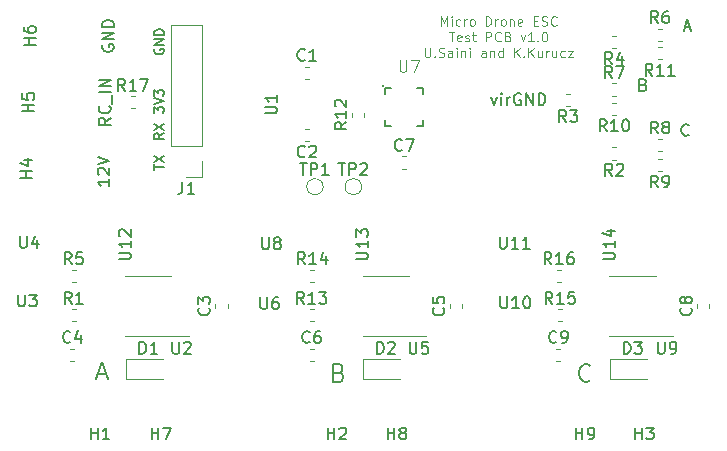
<source format=gto>
G04 #@! TF.GenerationSoftware,KiCad,Pcbnew,(5.1.5)-3*
G04 #@! TF.CreationDate,2020-05-09T18:25:29-04:00*
G04 #@! TF.ProjectId,motor_arm,6d6f746f-725f-4617-926d-2e6b69636164,rev?*
G04 #@! TF.SameCoordinates,Original*
G04 #@! TF.FileFunction,Legend,Top*
G04 #@! TF.FilePolarity,Positive*
%FSLAX46Y46*%
G04 Gerber Fmt 4.6, Leading zero omitted, Abs format (unit mm)*
G04 Created by KiCad (PCBNEW (5.1.5)-3) date 2020-05-09 18:25:29*
%MOMM*%
%LPD*%
G04 APERTURE LIST*
%ADD10C,0.150000*%
%ADD11C,0.125000*%
%ADD12C,0.120000*%
%ADD13C,0.200000*%
%ADD14C,0.127000*%
%ADD15C,0.015000*%
G04 APERTURE END LIST*
D10*
X51852380Y-67533333D02*
X51376190Y-67866666D01*
X51852380Y-68104761D02*
X50852380Y-68104761D01*
X50852380Y-67723809D01*
X50900000Y-67628571D01*
X50947619Y-67580952D01*
X51042857Y-67533333D01*
X51185714Y-67533333D01*
X51280952Y-67580952D01*
X51328571Y-67628571D01*
X51376190Y-67723809D01*
X51376190Y-68104761D01*
X51757142Y-66533333D02*
X51804761Y-66580952D01*
X51852380Y-66723809D01*
X51852380Y-66819047D01*
X51804761Y-66961904D01*
X51709523Y-67057142D01*
X51614285Y-67104761D01*
X51423809Y-67152380D01*
X51280952Y-67152380D01*
X51090476Y-67104761D01*
X50995238Y-67057142D01*
X50900000Y-66961904D01*
X50852380Y-66819047D01*
X50852380Y-66723809D01*
X50900000Y-66580952D01*
X50947619Y-66533333D01*
X51947619Y-66342857D02*
X51947619Y-65580952D01*
X51852380Y-65342857D02*
X50852380Y-65342857D01*
X51852380Y-64866666D02*
X50852380Y-64866666D01*
X51852380Y-64295238D01*
X50852380Y-64295238D01*
X51752380Y-72719047D02*
X51752380Y-73290476D01*
X51752380Y-73004761D02*
X50752380Y-73004761D01*
X50895238Y-73100000D01*
X50990476Y-73195238D01*
X51038095Y-73290476D01*
X50847619Y-72338095D02*
X50800000Y-72290476D01*
X50752380Y-72195238D01*
X50752380Y-71957142D01*
X50800000Y-71861904D01*
X50847619Y-71814285D01*
X50942857Y-71766666D01*
X51038095Y-71766666D01*
X51180952Y-71814285D01*
X51752380Y-72385714D01*
X51752380Y-71766666D01*
X50752380Y-71480952D02*
X51752380Y-71147619D01*
X50752380Y-70814285D01*
X51200000Y-61361904D02*
X51152380Y-61457142D01*
X51152380Y-61600000D01*
X51200000Y-61742857D01*
X51295238Y-61838095D01*
X51390476Y-61885714D01*
X51580952Y-61933333D01*
X51723809Y-61933333D01*
X51914285Y-61885714D01*
X52009523Y-61838095D01*
X52104761Y-61742857D01*
X52152380Y-61600000D01*
X52152380Y-61504761D01*
X52104761Y-61361904D01*
X52057142Y-61314285D01*
X51723809Y-61314285D01*
X51723809Y-61504761D01*
X52152380Y-60885714D02*
X51152380Y-60885714D01*
X52152380Y-60314285D01*
X51152380Y-60314285D01*
X52152380Y-59838095D02*
X51152380Y-59838095D01*
X51152380Y-59600000D01*
X51200000Y-59457142D01*
X51295238Y-59361904D01*
X51390476Y-59314285D01*
X51580952Y-59266666D01*
X51723809Y-59266666D01*
X51914285Y-59314285D01*
X52009523Y-59361904D01*
X52104761Y-59457142D01*
X52152380Y-59600000D01*
X52152380Y-59838095D01*
X100809523Y-68957142D02*
X100761904Y-69004761D01*
X100619047Y-69052380D01*
X100523809Y-69052380D01*
X100380952Y-69004761D01*
X100285714Y-68909523D01*
X100238095Y-68814285D01*
X100190476Y-68623809D01*
X100190476Y-68480952D01*
X100238095Y-68290476D01*
X100285714Y-68195238D01*
X100380952Y-68100000D01*
X100523809Y-68052380D01*
X100619047Y-68052380D01*
X100761904Y-68100000D01*
X100809523Y-68147619D01*
X96971428Y-64728571D02*
X97114285Y-64776190D01*
X97161904Y-64823809D01*
X97209523Y-64919047D01*
X97209523Y-65061904D01*
X97161904Y-65157142D01*
X97114285Y-65204761D01*
X97019047Y-65252380D01*
X96638095Y-65252380D01*
X96638095Y-64252380D01*
X96971428Y-64252380D01*
X97066666Y-64300000D01*
X97114285Y-64347619D01*
X97161904Y-64442857D01*
X97161904Y-64538095D01*
X97114285Y-64633333D01*
X97066666Y-64680952D01*
X96971428Y-64728571D01*
X96638095Y-64728571D01*
X100461904Y-59866666D02*
X100938095Y-59866666D01*
X100366666Y-60152380D02*
X100700000Y-59152380D01*
X101033333Y-60152380D01*
X84090476Y-65785714D02*
X84328571Y-66452380D01*
X84566666Y-65785714D01*
X84947619Y-66452380D02*
X84947619Y-65785714D01*
X84947619Y-65452380D02*
X84900000Y-65500000D01*
X84947619Y-65547619D01*
X84995238Y-65500000D01*
X84947619Y-65452380D01*
X84947619Y-65547619D01*
X85423809Y-66452380D02*
X85423809Y-65785714D01*
X85423809Y-65976190D02*
X85471428Y-65880952D01*
X85519047Y-65833333D01*
X85614285Y-65785714D01*
X85709523Y-65785714D01*
X86566666Y-65500000D02*
X86471428Y-65452380D01*
X86328571Y-65452380D01*
X86185714Y-65500000D01*
X86090476Y-65595238D01*
X86042857Y-65690476D01*
X85995238Y-65880952D01*
X85995238Y-66023809D01*
X86042857Y-66214285D01*
X86090476Y-66309523D01*
X86185714Y-66404761D01*
X86328571Y-66452380D01*
X86423809Y-66452380D01*
X86566666Y-66404761D01*
X86614285Y-66357142D01*
X86614285Y-66023809D01*
X86423809Y-66023809D01*
X87042857Y-66452380D02*
X87042857Y-65452380D01*
X87614285Y-66452380D01*
X87614285Y-65452380D01*
X88090476Y-66452380D02*
X88090476Y-65452380D01*
X88328571Y-65452380D01*
X88471428Y-65500000D01*
X88566666Y-65595238D01*
X88614285Y-65690476D01*
X88661904Y-65880952D01*
X88661904Y-66023809D01*
X88614285Y-66214285D01*
X88566666Y-66309523D01*
X88471428Y-66404761D01*
X88328571Y-66452380D01*
X88090476Y-66452380D01*
X92464285Y-89735714D02*
X92392857Y-89807142D01*
X92178571Y-89878571D01*
X92035714Y-89878571D01*
X91821428Y-89807142D01*
X91678571Y-89664285D01*
X91607142Y-89521428D01*
X91535714Y-89235714D01*
X91535714Y-89021428D01*
X91607142Y-88735714D01*
X91678571Y-88592857D01*
X91821428Y-88450000D01*
X92035714Y-88378571D01*
X92178571Y-88378571D01*
X92392857Y-88450000D01*
X92464285Y-88521428D01*
X71207142Y-89092857D02*
X71421428Y-89164285D01*
X71492857Y-89235714D01*
X71564285Y-89378571D01*
X71564285Y-89592857D01*
X71492857Y-89735714D01*
X71421428Y-89807142D01*
X71278571Y-89878571D01*
X70707142Y-89878571D01*
X70707142Y-88378571D01*
X71207142Y-88378571D01*
X71350000Y-88450000D01*
X71421428Y-88521428D01*
X71492857Y-88664285D01*
X71492857Y-88807142D01*
X71421428Y-88950000D01*
X71350000Y-89021428D01*
X71207142Y-89092857D01*
X70707142Y-89092857D01*
X50742857Y-89250000D02*
X51457142Y-89250000D01*
X50600000Y-89678571D02*
X51100000Y-88178571D01*
X51600000Y-89678571D01*
X55561904Y-67090476D02*
X55561904Y-66595238D01*
X55866666Y-66861904D01*
X55866666Y-66747619D01*
X55904761Y-66671428D01*
X55942857Y-66633333D01*
X56019047Y-66595238D01*
X56209523Y-66595238D01*
X56285714Y-66633333D01*
X56323809Y-66671428D01*
X56361904Y-66747619D01*
X56361904Y-66976190D01*
X56323809Y-67052380D01*
X56285714Y-67090476D01*
X55561904Y-66366666D02*
X56361904Y-66100000D01*
X55561904Y-65833333D01*
X55561904Y-65642857D02*
X55561904Y-65147619D01*
X55866666Y-65414285D01*
X55866666Y-65300000D01*
X55904761Y-65223809D01*
X55942857Y-65185714D01*
X56019047Y-65147619D01*
X56209523Y-65147619D01*
X56285714Y-65185714D01*
X56323809Y-65223809D01*
X56361904Y-65300000D01*
X56361904Y-65528571D01*
X56323809Y-65604761D01*
X56285714Y-65642857D01*
X56361904Y-68833333D02*
X55980952Y-69100000D01*
X56361904Y-69290476D02*
X55561904Y-69290476D01*
X55561904Y-68985714D01*
X55600000Y-68909523D01*
X55638095Y-68871428D01*
X55714285Y-68833333D01*
X55828571Y-68833333D01*
X55904761Y-68871428D01*
X55942857Y-68909523D01*
X55980952Y-68985714D01*
X55980952Y-69290476D01*
X55561904Y-68566666D02*
X56361904Y-68033333D01*
X55561904Y-68033333D02*
X56361904Y-68566666D01*
X55561904Y-71909523D02*
X55561904Y-71452380D01*
X56361904Y-71680952D02*
X55561904Y-71680952D01*
X55561904Y-71261904D02*
X56361904Y-70728571D01*
X55561904Y-70728571D02*
X56361904Y-71261904D01*
X55600000Y-61709523D02*
X55561904Y-61785714D01*
X55561904Y-61900000D01*
X55600000Y-62014285D01*
X55676190Y-62090476D01*
X55752380Y-62128571D01*
X55904761Y-62166666D01*
X56019047Y-62166666D01*
X56171428Y-62128571D01*
X56247619Y-62090476D01*
X56323809Y-62014285D01*
X56361904Y-61900000D01*
X56361904Y-61823809D01*
X56323809Y-61709523D01*
X56285714Y-61671428D01*
X56019047Y-61671428D01*
X56019047Y-61823809D01*
X56361904Y-61328571D02*
X55561904Y-61328571D01*
X56361904Y-60871428D01*
X55561904Y-60871428D01*
X56361904Y-60490476D02*
X55561904Y-60490476D01*
X55561904Y-60300000D01*
X55600000Y-60185714D01*
X55676190Y-60109523D01*
X55752380Y-60071428D01*
X55904761Y-60033333D01*
X56019047Y-60033333D01*
X56171428Y-60071428D01*
X56247619Y-60109523D01*
X56323809Y-60185714D01*
X56361904Y-60300000D01*
X56361904Y-60490476D01*
D11*
X79823809Y-59736904D02*
X79823809Y-58936904D01*
X80090476Y-59508333D01*
X80357142Y-58936904D01*
X80357142Y-59736904D01*
X80738095Y-59736904D02*
X80738095Y-59203571D01*
X80738095Y-58936904D02*
X80700000Y-58975000D01*
X80738095Y-59013095D01*
X80776190Y-58975000D01*
X80738095Y-58936904D01*
X80738095Y-59013095D01*
X81461904Y-59698809D02*
X81385714Y-59736904D01*
X81233333Y-59736904D01*
X81157142Y-59698809D01*
X81119047Y-59660714D01*
X81080952Y-59584523D01*
X81080952Y-59355952D01*
X81119047Y-59279761D01*
X81157142Y-59241666D01*
X81233333Y-59203571D01*
X81385714Y-59203571D01*
X81461904Y-59241666D01*
X81804761Y-59736904D02*
X81804761Y-59203571D01*
X81804761Y-59355952D02*
X81842857Y-59279761D01*
X81880952Y-59241666D01*
X81957142Y-59203571D01*
X82033333Y-59203571D01*
X82414285Y-59736904D02*
X82338095Y-59698809D01*
X82300000Y-59660714D01*
X82261904Y-59584523D01*
X82261904Y-59355952D01*
X82300000Y-59279761D01*
X82338095Y-59241666D01*
X82414285Y-59203571D01*
X82528571Y-59203571D01*
X82604761Y-59241666D01*
X82642857Y-59279761D01*
X82680952Y-59355952D01*
X82680952Y-59584523D01*
X82642857Y-59660714D01*
X82604761Y-59698809D01*
X82528571Y-59736904D01*
X82414285Y-59736904D01*
X83633333Y-59736904D02*
X83633333Y-58936904D01*
X83823809Y-58936904D01*
X83938095Y-58975000D01*
X84014285Y-59051190D01*
X84052380Y-59127380D01*
X84090476Y-59279761D01*
X84090476Y-59394047D01*
X84052380Y-59546428D01*
X84014285Y-59622619D01*
X83938095Y-59698809D01*
X83823809Y-59736904D01*
X83633333Y-59736904D01*
X84433333Y-59736904D02*
X84433333Y-59203571D01*
X84433333Y-59355952D02*
X84471428Y-59279761D01*
X84509523Y-59241666D01*
X84585714Y-59203571D01*
X84661904Y-59203571D01*
X85042857Y-59736904D02*
X84966666Y-59698809D01*
X84928571Y-59660714D01*
X84890476Y-59584523D01*
X84890476Y-59355952D01*
X84928571Y-59279761D01*
X84966666Y-59241666D01*
X85042857Y-59203571D01*
X85157142Y-59203571D01*
X85233333Y-59241666D01*
X85271428Y-59279761D01*
X85309523Y-59355952D01*
X85309523Y-59584523D01*
X85271428Y-59660714D01*
X85233333Y-59698809D01*
X85157142Y-59736904D01*
X85042857Y-59736904D01*
X85652380Y-59203571D02*
X85652380Y-59736904D01*
X85652380Y-59279761D02*
X85690476Y-59241666D01*
X85766666Y-59203571D01*
X85880952Y-59203571D01*
X85957142Y-59241666D01*
X85995238Y-59317857D01*
X85995238Y-59736904D01*
X86680952Y-59698809D02*
X86604761Y-59736904D01*
X86452380Y-59736904D01*
X86376190Y-59698809D01*
X86338095Y-59622619D01*
X86338095Y-59317857D01*
X86376190Y-59241666D01*
X86452380Y-59203571D01*
X86604761Y-59203571D01*
X86680952Y-59241666D01*
X86719047Y-59317857D01*
X86719047Y-59394047D01*
X86338095Y-59470238D01*
X87671428Y-59317857D02*
X87938095Y-59317857D01*
X88052380Y-59736904D02*
X87671428Y-59736904D01*
X87671428Y-58936904D01*
X88052380Y-58936904D01*
X88357142Y-59698809D02*
X88471428Y-59736904D01*
X88661904Y-59736904D01*
X88738095Y-59698809D01*
X88776190Y-59660714D01*
X88814285Y-59584523D01*
X88814285Y-59508333D01*
X88776190Y-59432142D01*
X88738095Y-59394047D01*
X88661904Y-59355952D01*
X88509523Y-59317857D01*
X88433333Y-59279761D01*
X88395238Y-59241666D01*
X88357142Y-59165476D01*
X88357142Y-59089285D01*
X88395238Y-59013095D01*
X88433333Y-58975000D01*
X88509523Y-58936904D01*
X88700000Y-58936904D01*
X88814285Y-58975000D01*
X89614285Y-59660714D02*
X89576190Y-59698809D01*
X89461904Y-59736904D01*
X89385714Y-59736904D01*
X89271428Y-59698809D01*
X89195238Y-59622619D01*
X89157142Y-59546428D01*
X89119047Y-59394047D01*
X89119047Y-59279761D01*
X89157142Y-59127380D01*
X89195238Y-59051190D01*
X89271428Y-58975000D01*
X89385714Y-58936904D01*
X89461904Y-58936904D01*
X89576190Y-58975000D01*
X89614285Y-59013095D01*
X80509523Y-60261904D02*
X80966666Y-60261904D01*
X80738095Y-61061904D02*
X80738095Y-60261904D01*
X81538095Y-61023809D02*
X81461904Y-61061904D01*
X81309523Y-61061904D01*
X81233333Y-61023809D01*
X81195238Y-60947619D01*
X81195238Y-60642857D01*
X81233333Y-60566666D01*
X81309523Y-60528571D01*
X81461904Y-60528571D01*
X81538095Y-60566666D01*
X81576190Y-60642857D01*
X81576190Y-60719047D01*
X81195238Y-60795238D01*
X81880952Y-61023809D02*
X81957142Y-61061904D01*
X82109523Y-61061904D01*
X82185714Y-61023809D01*
X82223809Y-60947619D01*
X82223809Y-60909523D01*
X82185714Y-60833333D01*
X82109523Y-60795238D01*
X81995238Y-60795238D01*
X81919047Y-60757142D01*
X81880952Y-60680952D01*
X81880952Y-60642857D01*
X81919047Y-60566666D01*
X81995238Y-60528571D01*
X82109523Y-60528571D01*
X82185714Y-60566666D01*
X82452380Y-60528571D02*
X82757142Y-60528571D01*
X82566666Y-60261904D02*
X82566666Y-60947619D01*
X82604761Y-61023809D01*
X82680952Y-61061904D01*
X82757142Y-61061904D01*
X83633333Y-61061904D02*
X83633333Y-60261904D01*
X83938095Y-60261904D01*
X84014285Y-60300000D01*
X84052380Y-60338095D01*
X84090476Y-60414285D01*
X84090476Y-60528571D01*
X84052380Y-60604761D01*
X84014285Y-60642857D01*
X83938095Y-60680952D01*
X83633333Y-60680952D01*
X84890476Y-60985714D02*
X84852380Y-61023809D01*
X84738095Y-61061904D01*
X84661904Y-61061904D01*
X84547619Y-61023809D01*
X84471428Y-60947619D01*
X84433333Y-60871428D01*
X84395238Y-60719047D01*
X84395238Y-60604761D01*
X84433333Y-60452380D01*
X84471428Y-60376190D01*
X84547619Y-60300000D01*
X84661904Y-60261904D01*
X84738095Y-60261904D01*
X84852380Y-60300000D01*
X84890476Y-60338095D01*
X85500000Y-60642857D02*
X85614285Y-60680952D01*
X85652380Y-60719047D01*
X85690476Y-60795238D01*
X85690476Y-60909523D01*
X85652380Y-60985714D01*
X85614285Y-61023809D01*
X85538095Y-61061904D01*
X85233333Y-61061904D01*
X85233333Y-60261904D01*
X85500000Y-60261904D01*
X85576190Y-60300000D01*
X85614285Y-60338095D01*
X85652380Y-60414285D01*
X85652380Y-60490476D01*
X85614285Y-60566666D01*
X85576190Y-60604761D01*
X85500000Y-60642857D01*
X85233333Y-60642857D01*
X86566666Y-60528571D02*
X86757142Y-61061904D01*
X86947619Y-60528571D01*
X87671428Y-61061904D02*
X87214285Y-61061904D01*
X87442857Y-61061904D02*
X87442857Y-60261904D01*
X87366666Y-60376190D01*
X87290476Y-60452380D01*
X87214285Y-60490476D01*
X88014285Y-60985714D02*
X88052380Y-61023809D01*
X88014285Y-61061904D01*
X87976190Y-61023809D01*
X88014285Y-60985714D01*
X88014285Y-61061904D01*
X88547619Y-60261904D02*
X88623809Y-60261904D01*
X88700000Y-60300000D01*
X88738095Y-60338095D01*
X88776190Y-60414285D01*
X88814285Y-60566666D01*
X88814285Y-60757142D01*
X88776190Y-60909523D01*
X88738095Y-60985714D01*
X88700000Y-61023809D01*
X88623809Y-61061904D01*
X88547619Y-61061904D01*
X88471428Y-61023809D01*
X88433333Y-60985714D01*
X88395238Y-60909523D01*
X88357142Y-60757142D01*
X88357142Y-60566666D01*
X88395238Y-60414285D01*
X88433333Y-60338095D01*
X88471428Y-60300000D01*
X88547619Y-60261904D01*
X78471428Y-61586904D02*
X78471428Y-62234523D01*
X78509523Y-62310714D01*
X78547619Y-62348809D01*
X78623809Y-62386904D01*
X78776190Y-62386904D01*
X78852380Y-62348809D01*
X78890476Y-62310714D01*
X78928571Y-62234523D01*
X78928571Y-61586904D01*
X79309523Y-62310714D02*
X79347619Y-62348809D01*
X79309523Y-62386904D01*
X79271428Y-62348809D01*
X79309523Y-62310714D01*
X79309523Y-62386904D01*
X79652380Y-62348809D02*
X79766666Y-62386904D01*
X79957142Y-62386904D01*
X80033333Y-62348809D01*
X80071428Y-62310714D01*
X80109523Y-62234523D01*
X80109523Y-62158333D01*
X80071428Y-62082142D01*
X80033333Y-62044047D01*
X79957142Y-62005952D01*
X79804761Y-61967857D01*
X79728571Y-61929761D01*
X79690476Y-61891666D01*
X79652380Y-61815476D01*
X79652380Y-61739285D01*
X79690476Y-61663095D01*
X79728571Y-61625000D01*
X79804761Y-61586904D01*
X79995238Y-61586904D01*
X80109523Y-61625000D01*
X80795238Y-62386904D02*
X80795238Y-61967857D01*
X80757142Y-61891666D01*
X80680952Y-61853571D01*
X80528571Y-61853571D01*
X80452380Y-61891666D01*
X80795238Y-62348809D02*
X80719047Y-62386904D01*
X80528571Y-62386904D01*
X80452380Y-62348809D01*
X80414285Y-62272619D01*
X80414285Y-62196428D01*
X80452380Y-62120238D01*
X80528571Y-62082142D01*
X80719047Y-62082142D01*
X80795238Y-62044047D01*
X81176190Y-62386904D02*
X81176190Y-61853571D01*
X81176190Y-61586904D02*
X81138095Y-61625000D01*
X81176190Y-61663095D01*
X81214285Y-61625000D01*
X81176190Y-61586904D01*
X81176190Y-61663095D01*
X81557142Y-61853571D02*
X81557142Y-62386904D01*
X81557142Y-61929761D02*
X81595238Y-61891666D01*
X81671428Y-61853571D01*
X81785714Y-61853571D01*
X81861904Y-61891666D01*
X81899999Y-61967857D01*
X81899999Y-62386904D01*
X82280952Y-62386904D02*
X82280952Y-61853571D01*
X82280952Y-61586904D02*
X82242857Y-61625000D01*
X82280952Y-61663095D01*
X82319047Y-61625000D01*
X82280952Y-61586904D01*
X82280952Y-61663095D01*
X83614285Y-62386904D02*
X83614285Y-61967857D01*
X83576190Y-61891666D01*
X83500000Y-61853571D01*
X83347619Y-61853571D01*
X83271428Y-61891666D01*
X83614285Y-62348809D02*
X83538095Y-62386904D01*
X83347619Y-62386904D01*
X83271428Y-62348809D01*
X83233333Y-62272619D01*
X83233333Y-62196428D01*
X83271428Y-62120238D01*
X83347619Y-62082142D01*
X83538095Y-62082142D01*
X83614285Y-62044047D01*
X83995238Y-61853571D02*
X83995238Y-62386904D01*
X83995238Y-61929761D02*
X84033333Y-61891666D01*
X84109523Y-61853571D01*
X84223809Y-61853571D01*
X84299999Y-61891666D01*
X84338095Y-61967857D01*
X84338095Y-62386904D01*
X85061904Y-62386904D02*
X85061904Y-61586904D01*
X85061904Y-62348809D02*
X84985714Y-62386904D01*
X84833333Y-62386904D01*
X84757142Y-62348809D01*
X84719047Y-62310714D01*
X84680952Y-62234523D01*
X84680952Y-62005952D01*
X84719047Y-61929761D01*
X84757142Y-61891666D01*
X84833333Y-61853571D01*
X84985714Y-61853571D01*
X85061904Y-61891666D01*
X86052380Y-62386904D02*
X86052380Y-61586904D01*
X86509523Y-62386904D02*
X86166666Y-61929761D01*
X86509523Y-61586904D02*
X86052380Y-62044047D01*
X86852380Y-62310714D02*
X86890476Y-62348809D01*
X86852380Y-62386904D01*
X86814285Y-62348809D01*
X86852380Y-62310714D01*
X86852380Y-62386904D01*
X87233333Y-62386904D02*
X87233333Y-61586904D01*
X87690476Y-62386904D02*
X87347619Y-61929761D01*
X87690476Y-61586904D02*
X87233333Y-62044047D01*
X88376190Y-61853571D02*
X88376190Y-62386904D01*
X88033333Y-61853571D02*
X88033333Y-62272619D01*
X88071428Y-62348809D01*
X88147619Y-62386904D01*
X88261904Y-62386904D01*
X88338095Y-62348809D01*
X88376190Y-62310714D01*
X88757142Y-62386904D02*
X88757142Y-61853571D01*
X88757142Y-62005952D02*
X88795238Y-61929761D01*
X88833333Y-61891666D01*
X88909523Y-61853571D01*
X88985714Y-61853571D01*
X89595238Y-61853571D02*
X89595238Y-62386904D01*
X89252380Y-61853571D02*
X89252380Y-62272619D01*
X89290476Y-62348809D01*
X89366666Y-62386904D01*
X89480952Y-62386904D01*
X89557142Y-62348809D01*
X89595238Y-62310714D01*
X90319047Y-62348809D02*
X90242857Y-62386904D01*
X90090476Y-62386904D01*
X90014285Y-62348809D01*
X89976190Y-62310714D01*
X89938095Y-62234523D01*
X89938095Y-62005952D01*
X89976190Y-61929761D01*
X90014285Y-61891666D01*
X90090476Y-61853571D01*
X90242857Y-61853571D01*
X90319047Y-61891666D01*
X90585714Y-61853571D02*
X91004761Y-61853571D01*
X90585714Y-62386904D01*
X91004761Y-62386904D01*
D12*
X94323733Y-65640000D02*
X94666267Y-65640000D01*
X94323733Y-64620000D02*
X94666267Y-64620000D01*
X53553733Y-66720000D02*
X53896267Y-66720000D01*
X53553733Y-65700000D02*
X53896267Y-65700000D01*
X89653733Y-81410000D02*
X89996267Y-81410000D01*
X89653733Y-80390000D02*
X89996267Y-80390000D01*
X89728733Y-84760000D02*
X90071267Y-84760000D01*
X89728733Y-83740000D02*
X90071267Y-83740000D01*
X68778733Y-81410000D02*
X69121267Y-81410000D01*
X68778733Y-80390000D02*
X69121267Y-80390000D01*
X68703733Y-84760000D02*
X69046267Y-84760000D01*
X68703733Y-83740000D02*
X69046267Y-83740000D01*
X73320000Y-67431267D02*
X73320000Y-67088733D01*
X72300000Y-67431267D02*
X72300000Y-67088733D01*
X98536267Y-61570000D02*
X98193733Y-61570000D01*
X98536267Y-62590000D02*
X98193733Y-62590000D01*
X94666267Y-66270000D02*
X94323733Y-66270000D01*
X94666267Y-67290000D02*
X94323733Y-67290000D01*
X98536267Y-71020000D02*
X98193733Y-71020000D01*
X98536267Y-72040000D02*
X98193733Y-72040000D01*
X98193733Y-70340000D02*
X98536267Y-70340000D01*
X98193733Y-69320000D02*
X98536267Y-69320000D01*
X98193733Y-60990000D02*
X98536267Y-60990000D01*
X98193733Y-59970000D02*
X98536267Y-59970000D01*
X48553733Y-81410000D02*
X48896267Y-81410000D01*
X48553733Y-80390000D02*
X48896267Y-80390000D01*
X94666267Y-60600000D02*
X94323733Y-60600000D01*
X94666267Y-61620000D02*
X94323733Y-61620000D01*
X90771267Y-65490000D02*
X90428733Y-65490000D01*
X90771267Y-66510000D02*
X90428733Y-66510000D01*
X94666267Y-70040000D02*
X94323733Y-70040000D01*
X94666267Y-71060000D02*
X94323733Y-71060000D01*
X48553733Y-84760000D02*
X48896267Y-84760000D01*
X48553733Y-83740000D02*
X48896267Y-83740000D01*
X89946267Y-87090000D02*
X89603733Y-87090000D01*
X89946267Y-88110000D02*
X89603733Y-88110000D01*
X101540000Y-83621267D02*
X101540000Y-83278733D01*
X102560000Y-83621267D02*
X102560000Y-83278733D01*
X76513733Y-71820000D02*
X76856267Y-71820000D01*
X76513733Y-70800000D02*
X76856267Y-70800000D01*
X69046267Y-87090000D02*
X68703733Y-87090000D01*
X69046267Y-88110000D02*
X68703733Y-88110000D01*
X81610000Y-83621267D02*
X81610000Y-83278733D01*
X80590000Y-83621267D02*
X80590000Y-83278733D01*
X48796267Y-87090000D02*
X48453733Y-87090000D01*
X48796267Y-88110000D02*
X48453733Y-88110000D01*
X61760000Y-83621267D02*
X61760000Y-83278733D01*
X60740000Y-83621267D02*
X60740000Y-83278733D01*
X68646267Y-68490000D02*
X68303733Y-68490000D01*
X68646267Y-69510000D02*
X68303733Y-69510000D01*
X68671267Y-63190000D02*
X68328733Y-63190000D01*
X68671267Y-64210000D02*
X68328733Y-64210000D01*
X96050000Y-86010000D02*
X99500000Y-86010000D01*
X96050000Y-86010000D02*
X94100000Y-86010000D01*
X96050000Y-80890000D02*
X98000000Y-80890000D01*
X96050000Y-80890000D02*
X94100000Y-80890000D01*
D13*
X75002000Y-64832000D02*
G75*
G03X75002000Y-64832000I-70000J0D01*
G01*
D14*
X78310000Y-68210000D02*
X78310000Y-67730000D01*
X75110000Y-68210000D02*
X75110000Y-67710000D01*
X78310000Y-65010000D02*
X78310000Y-65510000D01*
X75110000Y-65010000D02*
X75110000Y-65490000D01*
X77810000Y-68210000D02*
X78310000Y-68210000D01*
X75110000Y-68210000D02*
X75610000Y-68210000D01*
X77820000Y-65010000D02*
X78310000Y-65010000D01*
X75110000Y-65010000D02*
X75600000Y-65010000D01*
D12*
X75150000Y-86010000D02*
X78600000Y-86010000D01*
X75150000Y-86010000D02*
X73200000Y-86010000D01*
X75150000Y-80890000D02*
X77100000Y-80890000D01*
X75150000Y-80890000D02*
X73200000Y-80890000D01*
X55030000Y-86010000D02*
X58480000Y-86010000D01*
X55030000Y-86010000D02*
X53080000Y-86010000D01*
X55030000Y-80890000D02*
X56980000Y-80890000D01*
X55030000Y-80890000D02*
X53080000Y-80890000D01*
X73110000Y-73360000D02*
G75*
G03X73110000Y-73360000I-700000J0D01*
G01*
X69860000Y-73360000D02*
G75*
G03X69860000Y-73360000I-700000J0D01*
G01*
X59610000Y-72520000D02*
X58280000Y-72520000D01*
X59610000Y-71190000D02*
X59610000Y-72520000D01*
X59610000Y-69920000D02*
X56950000Y-69920000D01*
X56950000Y-69920000D02*
X56950000Y-59700000D01*
X59610000Y-69920000D02*
X59610000Y-59700000D01*
X59610000Y-59700000D02*
X56950000Y-59700000D01*
X94150000Y-87950000D02*
X97300000Y-87950000D01*
X94150000Y-89650000D02*
X97300000Y-89650000D01*
X94150000Y-87950000D02*
X94150000Y-89650000D01*
X73250000Y-87950000D02*
X76400000Y-87950000D01*
X73250000Y-89650000D02*
X76400000Y-89650000D01*
X73250000Y-87950000D02*
X73250000Y-89650000D01*
X53130000Y-87950000D02*
X56280000Y-87950000D01*
X53130000Y-89650000D02*
X56280000Y-89650000D01*
X53130000Y-87950000D02*
X53130000Y-89650000D01*
D10*
X93552380Y-79508095D02*
X94361904Y-79508095D01*
X94457142Y-79460476D01*
X94504761Y-79412857D01*
X94552380Y-79317619D01*
X94552380Y-79127142D01*
X94504761Y-79031904D01*
X94457142Y-78984285D01*
X94361904Y-78936666D01*
X93552380Y-78936666D01*
X94552380Y-77936666D02*
X94552380Y-78508095D01*
X94552380Y-78222380D02*
X93552380Y-78222380D01*
X93695238Y-78317619D01*
X93790476Y-78412857D01*
X93838095Y-78508095D01*
X93885714Y-77079523D02*
X94552380Y-77079523D01*
X93504761Y-77317619D02*
X94219047Y-77555714D01*
X94219047Y-76936666D01*
X72652380Y-79508095D02*
X73461904Y-79508095D01*
X73557142Y-79460476D01*
X73604761Y-79412857D01*
X73652380Y-79317619D01*
X73652380Y-79127142D01*
X73604761Y-79031904D01*
X73557142Y-78984285D01*
X73461904Y-78936666D01*
X72652380Y-78936666D01*
X73652380Y-77936666D02*
X73652380Y-78508095D01*
X73652380Y-78222380D02*
X72652380Y-78222380D01*
X72795238Y-78317619D01*
X72890476Y-78412857D01*
X72938095Y-78508095D01*
X72652380Y-77603333D02*
X72652380Y-76984285D01*
X73033333Y-77317619D01*
X73033333Y-77174761D01*
X73080952Y-77079523D01*
X73128571Y-77031904D01*
X73223809Y-76984285D01*
X73461904Y-76984285D01*
X73557142Y-77031904D01*
X73604761Y-77079523D01*
X73652380Y-77174761D01*
X73652380Y-77460476D01*
X73604761Y-77555714D01*
X73557142Y-77603333D01*
X52552380Y-79508095D02*
X53361904Y-79508095D01*
X53457142Y-79460476D01*
X53504761Y-79412857D01*
X53552380Y-79317619D01*
X53552380Y-79127142D01*
X53504761Y-79031904D01*
X53457142Y-78984285D01*
X53361904Y-78936666D01*
X52552380Y-78936666D01*
X53552380Y-77936666D02*
X53552380Y-78508095D01*
X53552380Y-78222380D02*
X52552380Y-78222380D01*
X52695238Y-78317619D01*
X52790476Y-78412857D01*
X52838095Y-78508095D01*
X52647619Y-77555714D02*
X52600000Y-77508095D01*
X52552380Y-77412857D01*
X52552380Y-77174761D01*
X52600000Y-77079523D01*
X52647619Y-77031904D01*
X52742857Y-76984285D01*
X52838095Y-76984285D01*
X52980952Y-77031904D01*
X53552380Y-77603333D01*
X53552380Y-76984285D01*
X94328333Y-64152380D02*
X93995000Y-63676190D01*
X93756904Y-64152380D02*
X93756904Y-63152380D01*
X94137857Y-63152380D01*
X94233095Y-63200000D01*
X94280714Y-63247619D01*
X94328333Y-63342857D01*
X94328333Y-63485714D01*
X94280714Y-63580952D01*
X94233095Y-63628571D01*
X94137857Y-63676190D01*
X93756904Y-63676190D01*
X94661666Y-63152380D02*
X95328333Y-63152380D01*
X94899761Y-64152380D01*
X53082142Y-65232380D02*
X52748809Y-64756190D01*
X52510714Y-65232380D02*
X52510714Y-64232380D01*
X52891666Y-64232380D01*
X52986904Y-64280000D01*
X53034523Y-64327619D01*
X53082142Y-64422857D01*
X53082142Y-64565714D01*
X53034523Y-64660952D01*
X52986904Y-64708571D01*
X52891666Y-64756190D01*
X52510714Y-64756190D01*
X54034523Y-65232380D02*
X53463095Y-65232380D01*
X53748809Y-65232380D02*
X53748809Y-64232380D01*
X53653571Y-64375238D01*
X53558333Y-64470476D01*
X53463095Y-64518095D01*
X54367857Y-64232380D02*
X55034523Y-64232380D01*
X54605952Y-65232380D01*
X89182142Y-79922380D02*
X88848809Y-79446190D01*
X88610714Y-79922380D02*
X88610714Y-78922380D01*
X88991666Y-78922380D01*
X89086904Y-78970000D01*
X89134523Y-79017619D01*
X89182142Y-79112857D01*
X89182142Y-79255714D01*
X89134523Y-79350952D01*
X89086904Y-79398571D01*
X88991666Y-79446190D01*
X88610714Y-79446190D01*
X90134523Y-79922380D02*
X89563095Y-79922380D01*
X89848809Y-79922380D02*
X89848809Y-78922380D01*
X89753571Y-79065238D01*
X89658333Y-79160476D01*
X89563095Y-79208095D01*
X90991666Y-78922380D02*
X90801190Y-78922380D01*
X90705952Y-78970000D01*
X90658333Y-79017619D01*
X90563095Y-79160476D01*
X90515476Y-79350952D01*
X90515476Y-79731904D01*
X90563095Y-79827142D01*
X90610714Y-79874761D01*
X90705952Y-79922380D01*
X90896428Y-79922380D01*
X90991666Y-79874761D01*
X91039285Y-79827142D01*
X91086904Y-79731904D01*
X91086904Y-79493809D01*
X91039285Y-79398571D01*
X90991666Y-79350952D01*
X90896428Y-79303333D01*
X90705952Y-79303333D01*
X90610714Y-79350952D01*
X90563095Y-79398571D01*
X90515476Y-79493809D01*
X89257142Y-83272380D02*
X88923809Y-82796190D01*
X88685714Y-83272380D02*
X88685714Y-82272380D01*
X89066666Y-82272380D01*
X89161904Y-82320000D01*
X89209523Y-82367619D01*
X89257142Y-82462857D01*
X89257142Y-82605714D01*
X89209523Y-82700952D01*
X89161904Y-82748571D01*
X89066666Y-82796190D01*
X88685714Y-82796190D01*
X90209523Y-83272380D02*
X89638095Y-83272380D01*
X89923809Y-83272380D02*
X89923809Y-82272380D01*
X89828571Y-82415238D01*
X89733333Y-82510476D01*
X89638095Y-82558095D01*
X91114285Y-82272380D02*
X90638095Y-82272380D01*
X90590476Y-82748571D01*
X90638095Y-82700952D01*
X90733333Y-82653333D01*
X90971428Y-82653333D01*
X91066666Y-82700952D01*
X91114285Y-82748571D01*
X91161904Y-82843809D01*
X91161904Y-83081904D01*
X91114285Y-83177142D01*
X91066666Y-83224761D01*
X90971428Y-83272380D01*
X90733333Y-83272380D01*
X90638095Y-83224761D01*
X90590476Y-83177142D01*
X68307142Y-79922380D02*
X67973809Y-79446190D01*
X67735714Y-79922380D02*
X67735714Y-78922380D01*
X68116666Y-78922380D01*
X68211904Y-78970000D01*
X68259523Y-79017619D01*
X68307142Y-79112857D01*
X68307142Y-79255714D01*
X68259523Y-79350952D01*
X68211904Y-79398571D01*
X68116666Y-79446190D01*
X67735714Y-79446190D01*
X69259523Y-79922380D02*
X68688095Y-79922380D01*
X68973809Y-79922380D02*
X68973809Y-78922380D01*
X68878571Y-79065238D01*
X68783333Y-79160476D01*
X68688095Y-79208095D01*
X70116666Y-79255714D02*
X70116666Y-79922380D01*
X69878571Y-78874761D02*
X69640476Y-79589047D01*
X70259523Y-79589047D01*
X68232142Y-83272380D02*
X67898809Y-82796190D01*
X67660714Y-83272380D02*
X67660714Y-82272380D01*
X68041666Y-82272380D01*
X68136904Y-82320000D01*
X68184523Y-82367619D01*
X68232142Y-82462857D01*
X68232142Y-82605714D01*
X68184523Y-82700952D01*
X68136904Y-82748571D01*
X68041666Y-82796190D01*
X67660714Y-82796190D01*
X69184523Y-83272380D02*
X68613095Y-83272380D01*
X68898809Y-83272380D02*
X68898809Y-82272380D01*
X68803571Y-82415238D01*
X68708333Y-82510476D01*
X68613095Y-82558095D01*
X69517857Y-82272380D02*
X70136904Y-82272380D01*
X69803571Y-82653333D01*
X69946428Y-82653333D01*
X70041666Y-82700952D01*
X70089285Y-82748571D01*
X70136904Y-82843809D01*
X70136904Y-83081904D01*
X70089285Y-83177142D01*
X70041666Y-83224761D01*
X69946428Y-83272380D01*
X69660714Y-83272380D01*
X69565476Y-83224761D01*
X69517857Y-83177142D01*
X71832380Y-67902857D02*
X71356190Y-68236190D01*
X71832380Y-68474285D02*
X70832380Y-68474285D01*
X70832380Y-68093333D01*
X70880000Y-67998095D01*
X70927619Y-67950476D01*
X71022857Y-67902857D01*
X71165714Y-67902857D01*
X71260952Y-67950476D01*
X71308571Y-67998095D01*
X71356190Y-68093333D01*
X71356190Y-68474285D01*
X71832380Y-66950476D02*
X71832380Y-67521904D01*
X71832380Y-67236190D02*
X70832380Y-67236190D01*
X70975238Y-67331428D01*
X71070476Y-67426666D01*
X71118095Y-67521904D01*
X70927619Y-66569523D02*
X70880000Y-66521904D01*
X70832380Y-66426666D01*
X70832380Y-66188571D01*
X70880000Y-66093333D01*
X70927619Y-66045714D01*
X71022857Y-65998095D01*
X71118095Y-65998095D01*
X71260952Y-66045714D01*
X71832380Y-66617142D01*
X71832380Y-65998095D01*
X97722142Y-63962380D02*
X97388809Y-63486190D01*
X97150714Y-63962380D02*
X97150714Y-62962380D01*
X97531666Y-62962380D01*
X97626904Y-63010000D01*
X97674523Y-63057619D01*
X97722142Y-63152857D01*
X97722142Y-63295714D01*
X97674523Y-63390952D01*
X97626904Y-63438571D01*
X97531666Y-63486190D01*
X97150714Y-63486190D01*
X98674523Y-63962380D02*
X98103095Y-63962380D01*
X98388809Y-63962380D02*
X98388809Y-62962380D01*
X98293571Y-63105238D01*
X98198333Y-63200476D01*
X98103095Y-63248095D01*
X99626904Y-63962380D02*
X99055476Y-63962380D01*
X99341190Y-63962380D02*
X99341190Y-62962380D01*
X99245952Y-63105238D01*
X99150714Y-63200476D01*
X99055476Y-63248095D01*
X93852142Y-68662380D02*
X93518809Y-68186190D01*
X93280714Y-68662380D02*
X93280714Y-67662380D01*
X93661666Y-67662380D01*
X93756904Y-67710000D01*
X93804523Y-67757619D01*
X93852142Y-67852857D01*
X93852142Y-67995714D01*
X93804523Y-68090952D01*
X93756904Y-68138571D01*
X93661666Y-68186190D01*
X93280714Y-68186190D01*
X94804523Y-68662380D02*
X94233095Y-68662380D01*
X94518809Y-68662380D02*
X94518809Y-67662380D01*
X94423571Y-67805238D01*
X94328333Y-67900476D01*
X94233095Y-67948095D01*
X95423571Y-67662380D02*
X95518809Y-67662380D01*
X95614047Y-67710000D01*
X95661666Y-67757619D01*
X95709285Y-67852857D01*
X95756904Y-68043333D01*
X95756904Y-68281428D01*
X95709285Y-68471904D01*
X95661666Y-68567142D01*
X95614047Y-68614761D01*
X95518809Y-68662380D01*
X95423571Y-68662380D01*
X95328333Y-68614761D01*
X95280714Y-68567142D01*
X95233095Y-68471904D01*
X95185476Y-68281428D01*
X95185476Y-68043333D01*
X95233095Y-67852857D01*
X95280714Y-67757619D01*
X95328333Y-67710000D01*
X95423571Y-67662380D01*
X98198333Y-73412380D02*
X97865000Y-72936190D01*
X97626904Y-73412380D02*
X97626904Y-72412380D01*
X98007857Y-72412380D01*
X98103095Y-72460000D01*
X98150714Y-72507619D01*
X98198333Y-72602857D01*
X98198333Y-72745714D01*
X98150714Y-72840952D01*
X98103095Y-72888571D01*
X98007857Y-72936190D01*
X97626904Y-72936190D01*
X98674523Y-73412380D02*
X98865000Y-73412380D01*
X98960238Y-73364761D01*
X99007857Y-73317142D01*
X99103095Y-73174285D01*
X99150714Y-72983809D01*
X99150714Y-72602857D01*
X99103095Y-72507619D01*
X99055476Y-72460000D01*
X98960238Y-72412380D01*
X98769761Y-72412380D01*
X98674523Y-72460000D01*
X98626904Y-72507619D01*
X98579285Y-72602857D01*
X98579285Y-72840952D01*
X98626904Y-72936190D01*
X98674523Y-72983809D01*
X98769761Y-73031428D01*
X98960238Y-73031428D01*
X99055476Y-72983809D01*
X99103095Y-72936190D01*
X99150714Y-72840952D01*
X98198333Y-68852380D02*
X97865000Y-68376190D01*
X97626904Y-68852380D02*
X97626904Y-67852380D01*
X98007857Y-67852380D01*
X98103095Y-67900000D01*
X98150714Y-67947619D01*
X98198333Y-68042857D01*
X98198333Y-68185714D01*
X98150714Y-68280952D01*
X98103095Y-68328571D01*
X98007857Y-68376190D01*
X97626904Y-68376190D01*
X98769761Y-68280952D02*
X98674523Y-68233333D01*
X98626904Y-68185714D01*
X98579285Y-68090476D01*
X98579285Y-68042857D01*
X98626904Y-67947619D01*
X98674523Y-67900000D01*
X98769761Y-67852380D01*
X98960238Y-67852380D01*
X99055476Y-67900000D01*
X99103095Y-67947619D01*
X99150714Y-68042857D01*
X99150714Y-68090476D01*
X99103095Y-68185714D01*
X99055476Y-68233333D01*
X98960238Y-68280952D01*
X98769761Y-68280952D01*
X98674523Y-68328571D01*
X98626904Y-68376190D01*
X98579285Y-68471428D01*
X98579285Y-68661904D01*
X98626904Y-68757142D01*
X98674523Y-68804761D01*
X98769761Y-68852380D01*
X98960238Y-68852380D01*
X99055476Y-68804761D01*
X99103095Y-68757142D01*
X99150714Y-68661904D01*
X99150714Y-68471428D01*
X99103095Y-68376190D01*
X99055476Y-68328571D01*
X98960238Y-68280952D01*
X98198333Y-59502380D02*
X97865000Y-59026190D01*
X97626904Y-59502380D02*
X97626904Y-58502380D01*
X98007857Y-58502380D01*
X98103095Y-58550000D01*
X98150714Y-58597619D01*
X98198333Y-58692857D01*
X98198333Y-58835714D01*
X98150714Y-58930952D01*
X98103095Y-58978571D01*
X98007857Y-59026190D01*
X97626904Y-59026190D01*
X99055476Y-58502380D02*
X98865000Y-58502380D01*
X98769761Y-58550000D01*
X98722142Y-58597619D01*
X98626904Y-58740476D01*
X98579285Y-58930952D01*
X98579285Y-59311904D01*
X98626904Y-59407142D01*
X98674523Y-59454761D01*
X98769761Y-59502380D01*
X98960238Y-59502380D01*
X99055476Y-59454761D01*
X99103095Y-59407142D01*
X99150714Y-59311904D01*
X99150714Y-59073809D01*
X99103095Y-58978571D01*
X99055476Y-58930952D01*
X98960238Y-58883333D01*
X98769761Y-58883333D01*
X98674523Y-58930952D01*
X98626904Y-58978571D01*
X98579285Y-59073809D01*
X48558333Y-79922380D02*
X48225000Y-79446190D01*
X47986904Y-79922380D02*
X47986904Y-78922380D01*
X48367857Y-78922380D01*
X48463095Y-78970000D01*
X48510714Y-79017619D01*
X48558333Y-79112857D01*
X48558333Y-79255714D01*
X48510714Y-79350952D01*
X48463095Y-79398571D01*
X48367857Y-79446190D01*
X47986904Y-79446190D01*
X49463095Y-78922380D02*
X48986904Y-78922380D01*
X48939285Y-79398571D01*
X48986904Y-79350952D01*
X49082142Y-79303333D01*
X49320238Y-79303333D01*
X49415476Y-79350952D01*
X49463095Y-79398571D01*
X49510714Y-79493809D01*
X49510714Y-79731904D01*
X49463095Y-79827142D01*
X49415476Y-79874761D01*
X49320238Y-79922380D01*
X49082142Y-79922380D01*
X48986904Y-79874761D01*
X48939285Y-79827142D01*
X94328333Y-62992380D02*
X93995000Y-62516190D01*
X93756904Y-62992380D02*
X93756904Y-61992380D01*
X94137857Y-61992380D01*
X94233095Y-62040000D01*
X94280714Y-62087619D01*
X94328333Y-62182857D01*
X94328333Y-62325714D01*
X94280714Y-62420952D01*
X94233095Y-62468571D01*
X94137857Y-62516190D01*
X93756904Y-62516190D01*
X95185476Y-62325714D02*
X95185476Y-62992380D01*
X94947380Y-61944761D02*
X94709285Y-62659047D01*
X95328333Y-62659047D01*
X90433333Y-67882380D02*
X90100000Y-67406190D01*
X89861904Y-67882380D02*
X89861904Y-66882380D01*
X90242857Y-66882380D01*
X90338095Y-66930000D01*
X90385714Y-66977619D01*
X90433333Y-67072857D01*
X90433333Y-67215714D01*
X90385714Y-67310952D01*
X90338095Y-67358571D01*
X90242857Y-67406190D01*
X89861904Y-67406190D01*
X90766666Y-66882380D02*
X91385714Y-66882380D01*
X91052380Y-67263333D01*
X91195238Y-67263333D01*
X91290476Y-67310952D01*
X91338095Y-67358571D01*
X91385714Y-67453809D01*
X91385714Y-67691904D01*
X91338095Y-67787142D01*
X91290476Y-67834761D01*
X91195238Y-67882380D01*
X90909523Y-67882380D01*
X90814285Y-67834761D01*
X90766666Y-67787142D01*
X94328333Y-72432380D02*
X93995000Y-71956190D01*
X93756904Y-72432380D02*
X93756904Y-71432380D01*
X94137857Y-71432380D01*
X94233095Y-71480000D01*
X94280714Y-71527619D01*
X94328333Y-71622857D01*
X94328333Y-71765714D01*
X94280714Y-71860952D01*
X94233095Y-71908571D01*
X94137857Y-71956190D01*
X93756904Y-71956190D01*
X94709285Y-71527619D02*
X94756904Y-71480000D01*
X94852142Y-71432380D01*
X95090238Y-71432380D01*
X95185476Y-71480000D01*
X95233095Y-71527619D01*
X95280714Y-71622857D01*
X95280714Y-71718095D01*
X95233095Y-71860952D01*
X94661666Y-72432380D01*
X95280714Y-72432380D01*
X48558333Y-83272380D02*
X48225000Y-82796190D01*
X47986904Y-83272380D02*
X47986904Y-82272380D01*
X48367857Y-82272380D01*
X48463095Y-82320000D01*
X48510714Y-82367619D01*
X48558333Y-82462857D01*
X48558333Y-82605714D01*
X48510714Y-82700952D01*
X48463095Y-82748571D01*
X48367857Y-82796190D01*
X47986904Y-82796190D01*
X49510714Y-83272380D02*
X48939285Y-83272380D01*
X49225000Y-83272380D02*
X49225000Y-82272380D01*
X49129761Y-82415238D01*
X49034523Y-82510476D01*
X48939285Y-82558095D01*
X89608333Y-86487142D02*
X89560714Y-86534761D01*
X89417857Y-86582380D01*
X89322619Y-86582380D01*
X89179761Y-86534761D01*
X89084523Y-86439523D01*
X89036904Y-86344285D01*
X88989285Y-86153809D01*
X88989285Y-86010952D01*
X89036904Y-85820476D01*
X89084523Y-85725238D01*
X89179761Y-85630000D01*
X89322619Y-85582380D01*
X89417857Y-85582380D01*
X89560714Y-85630000D01*
X89608333Y-85677619D01*
X90084523Y-86582380D02*
X90275000Y-86582380D01*
X90370238Y-86534761D01*
X90417857Y-86487142D01*
X90513095Y-86344285D01*
X90560714Y-86153809D01*
X90560714Y-85772857D01*
X90513095Y-85677619D01*
X90465476Y-85630000D01*
X90370238Y-85582380D01*
X90179761Y-85582380D01*
X90084523Y-85630000D01*
X90036904Y-85677619D01*
X89989285Y-85772857D01*
X89989285Y-86010952D01*
X90036904Y-86106190D01*
X90084523Y-86153809D01*
X90179761Y-86201428D01*
X90370238Y-86201428D01*
X90465476Y-86153809D01*
X90513095Y-86106190D01*
X90560714Y-86010952D01*
X100977142Y-83616666D02*
X101024761Y-83664285D01*
X101072380Y-83807142D01*
X101072380Y-83902380D01*
X101024761Y-84045238D01*
X100929523Y-84140476D01*
X100834285Y-84188095D01*
X100643809Y-84235714D01*
X100500952Y-84235714D01*
X100310476Y-84188095D01*
X100215238Y-84140476D01*
X100120000Y-84045238D01*
X100072380Y-83902380D01*
X100072380Y-83807142D01*
X100120000Y-83664285D01*
X100167619Y-83616666D01*
X100500952Y-83045238D02*
X100453333Y-83140476D01*
X100405714Y-83188095D01*
X100310476Y-83235714D01*
X100262857Y-83235714D01*
X100167619Y-83188095D01*
X100120000Y-83140476D01*
X100072380Y-83045238D01*
X100072380Y-82854761D01*
X100120000Y-82759523D01*
X100167619Y-82711904D01*
X100262857Y-82664285D01*
X100310476Y-82664285D01*
X100405714Y-82711904D01*
X100453333Y-82759523D01*
X100500952Y-82854761D01*
X100500952Y-83045238D01*
X100548571Y-83140476D01*
X100596190Y-83188095D01*
X100691428Y-83235714D01*
X100881904Y-83235714D01*
X100977142Y-83188095D01*
X101024761Y-83140476D01*
X101072380Y-83045238D01*
X101072380Y-82854761D01*
X101024761Y-82759523D01*
X100977142Y-82711904D01*
X100881904Y-82664285D01*
X100691428Y-82664285D01*
X100596190Y-82711904D01*
X100548571Y-82759523D01*
X100500952Y-82854761D01*
X76518333Y-70237142D02*
X76470714Y-70284761D01*
X76327857Y-70332380D01*
X76232619Y-70332380D01*
X76089761Y-70284761D01*
X75994523Y-70189523D01*
X75946904Y-70094285D01*
X75899285Y-69903809D01*
X75899285Y-69760952D01*
X75946904Y-69570476D01*
X75994523Y-69475238D01*
X76089761Y-69380000D01*
X76232619Y-69332380D01*
X76327857Y-69332380D01*
X76470714Y-69380000D01*
X76518333Y-69427619D01*
X76851666Y-69332380D02*
X77518333Y-69332380D01*
X77089761Y-70332380D01*
X68708333Y-86487142D02*
X68660714Y-86534761D01*
X68517857Y-86582380D01*
X68422619Y-86582380D01*
X68279761Y-86534761D01*
X68184523Y-86439523D01*
X68136904Y-86344285D01*
X68089285Y-86153809D01*
X68089285Y-86010952D01*
X68136904Y-85820476D01*
X68184523Y-85725238D01*
X68279761Y-85630000D01*
X68422619Y-85582380D01*
X68517857Y-85582380D01*
X68660714Y-85630000D01*
X68708333Y-85677619D01*
X69565476Y-85582380D02*
X69375000Y-85582380D01*
X69279761Y-85630000D01*
X69232142Y-85677619D01*
X69136904Y-85820476D01*
X69089285Y-86010952D01*
X69089285Y-86391904D01*
X69136904Y-86487142D01*
X69184523Y-86534761D01*
X69279761Y-86582380D01*
X69470238Y-86582380D01*
X69565476Y-86534761D01*
X69613095Y-86487142D01*
X69660714Y-86391904D01*
X69660714Y-86153809D01*
X69613095Y-86058571D01*
X69565476Y-86010952D01*
X69470238Y-85963333D01*
X69279761Y-85963333D01*
X69184523Y-86010952D01*
X69136904Y-86058571D01*
X69089285Y-86153809D01*
X80027142Y-83616666D02*
X80074761Y-83664285D01*
X80122380Y-83807142D01*
X80122380Y-83902380D01*
X80074761Y-84045238D01*
X79979523Y-84140476D01*
X79884285Y-84188095D01*
X79693809Y-84235714D01*
X79550952Y-84235714D01*
X79360476Y-84188095D01*
X79265238Y-84140476D01*
X79170000Y-84045238D01*
X79122380Y-83902380D01*
X79122380Y-83807142D01*
X79170000Y-83664285D01*
X79217619Y-83616666D01*
X79122380Y-82711904D02*
X79122380Y-83188095D01*
X79598571Y-83235714D01*
X79550952Y-83188095D01*
X79503333Y-83092857D01*
X79503333Y-82854761D01*
X79550952Y-82759523D01*
X79598571Y-82711904D01*
X79693809Y-82664285D01*
X79931904Y-82664285D01*
X80027142Y-82711904D01*
X80074761Y-82759523D01*
X80122380Y-82854761D01*
X80122380Y-83092857D01*
X80074761Y-83188095D01*
X80027142Y-83235714D01*
X48458333Y-86487142D02*
X48410714Y-86534761D01*
X48267857Y-86582380D01*
X48172619Y-86582380D01*
X48029761Y-86534761D01*
X47934523Y-86439523D01*
X47886904Y-86344285D01*
X47839285Y-86153809D01*
X47839285Y-86010952D01*
X47886904Y-85820476D01*
X47934523Y-85725238D01*
X48029761Y-85630000D01*
X48172619Y-85582380D01*
X48267857Y-85582380D01*
X48410714Y-85630000D01*
X48458333Y-85677619D01*
X49315476Y-85915714D02*
X49315476Y-86582380D01*
X49077380Y-85534761D02*
X48839285Y-86249047D01*
X49458333Y-86249047D01*
X60177142Y-83616666D02*
X60224761Y-83664285D01*
X60272380Y-83807142D01*
X60272380Y-83902380D01*
X60224761Y-84045238D01*
X60129523Y-84140476D01*
X60034285Y-84188095D01*
X59843809Y-84235714D01*
X59700952Y-84235714D01*
X59510476Y-84188095D01*
X59415238Y-84140476D01*
X59320000Y-84045238D01*
X59272380Y-83902380D01*
X59272380Y-83807142D01*
X59320000Y-83664285D01*
X59367619Y-83616666D01*
X59272380Y-83283333D02*
X59272380Y-82664285D01*
X59653333Y-82997619D01*
X59653333Y-82854761D01*
X59700952Y-82759523D01*
X59748571Y-82711904D01*
X59843809Y-82664285D01*
X60081904Y-82664285D01*
X60177142Y-82711904D01*
X60224761Y-82759523D01*
X60272380Y-82854761D01*
X60272380Y-83140476D01*
X60224761Y-83235714D01*
X60177142Y-83283333D01*
X68308333Y-70787142D02*
X68260714Y-70834761D01*
X68117857Y-70882380D01*
X68022619Y-70882380D01*
X67879761Y-70834761D01*
X67784523Y-70739523D01*
X67736904Y-70644285D01*
X67689285Y-70453809D01*
X67689285Y-70310952D01*
X67736904Y-70120476D01*
X67784523Y-70025238D01*
X67879761Y-69930000D01*
X68022619Y-69882380D01*
X68117857Y-69882380D01*
X68260714Y-69930000D01*
X68308333Y-69977619D01*
X68689285Y-69977619D02*
X68736904Y-69930000D01*
X68832142Y-69882380D01*
X69070238Y-69882380D01*
X69165476Y-69930000D01*
X69213095Y-69977619D01*
X69260714Y-70072857D01*
X69260714Y-70168095D01*
X69213095Y-70310952D01*
X68641666Y-70882380D01*
X69260714Y-70882380D01*
X68298333Y-62597142D02*
X68250714Y-62644761D01*
X68107857Y-62692380D01*
X68012619Y-62692380D01*
X67869761Y-62644761D01*
X67774523Y-62549523D01*
X67726904Y-62454285D01*
X67679285Y-62263809D01*
X67679285Y-62120952D01*
X67726904Y-61930476D01*
X67774523Y-61835238D01*
X67869761Y-61740000D01*
X68012619Y-61692380D01*
X68107857Y-61692380D01*
X68250714Y-61740000D01*
X68298333Y-61787619D01*
X69250714Y-62692380D02*
X68679285Y-62692380D01*
X68965000Y-62692380D02*
X68965000Y-61692380D01*
X68869761Y-61835238D01*
X68774523Y-61930476D01*
X68679285Y-61978095D01*
X84811904Y-77602380D02*
X84811904Y-78411904D01*
X84859523Y-78507142D01*
X84907142Y-78554761D01*
X85002380Y-78602380D01*
X85192857Y-78602380D01*
X85288095Y-78554761D01*
X85335714Y-78507142D01*
X85383333Y-78411904D01*
X85383333Y-77602380D01*
X86383333Y-78602380D02*
X85811904Y-78602380D01*
X86097619Y-78602380D02*
X86097619Y-77602380D01*
X86002380Y-77745238D01*
X85907142Y-77840476D01*
X85811904Y-77888095D01*
X87335714Y-78602380D02*
X86764285Y-78602380D01*
X87050000Y-78602380D02*
X87050000Y-77602380D01*
X86954761Y-77745238D01*
X86859523Y-77840476D01*
X86764285Y-77888095D01*
X84861904Y-82652380D02*
X84861904Y-83461904D01*
X84909523Y-83557142D01*
X84957142Y-83604761D01*
X85052380Y-83652380D01*
X85242857Y-83652380D01*
X85338095Y-83604761D01*
X85385714Y-83557142D01*
X85433333Y-83461904D01*
X85433333Y-82652380D01*
X86433333Y-83652380D02*
X85861904Y-83652380D01*
X86147619Y-83652380D02*
X86147619Y-82652380D01*
X86052380Y-82795238D01*
X85957142Y-82890476D01*
X85861904Y-82938095D01*
X87052380Y-82652380D02*
X87147619Y-82652380D01*
X87242857Y-82700000D01*
X87290476Y-82747619D01*
X87338095Y-82842857D01*
X87385714Y-83033333D01*
X87385714Y-83271428D01*
X87338095Y-83461904D01*
X87290476Y-83557142D01*
X87242857Y-83604761D01*
X87147619Y-83652380D01*
X87052380Y-83652380D01*
X86957142Y-83604761D01*
X86909523Y-83557142D01*
X86861904Y-83461904D01*
X86814285Y-83271428D01*
X86814285Y-83033333D01*
X86861904Y-82842857D01*
X86909523Y-82747619D01*
X86957142Y-82700000D01*
X87052380Y-82652380D01*
X98188095Y-86502380D02*
X98188095Y-87311904D01*
X98235714Y-87407142D01*
X98283333Y-87454761D01*
X98378571Y-87502380D01*
X98569047Y-87502380D01*
X98664285Y-87454761D01*
X98711904Y-87407142D01*
X98759523Y-87311904D01*
X98759523Y-86502380D01*
X99283333Y-87502380D02*
X99473809Y-87502380D01*
X99569047Y-87454761D01*
X99616666Y-87407142D01*
X99711904Y-87264285D01*
X99759523Y-87073809D01*
X99759523Y-86692857D01*
X99711904Y-86597619D01*
X99664285Y-86550000D01*
X99569047Y-86502380D01*
X99378571Y-86502380D01*
X99283333Y-86550000D01*
X99235714Y-86597619D01*
X99188095Y-86692857D01*
X99188095Y-86930952D01*
X99235714Y-87026190D01*
X99283333Y-87073809D01*
X99378571Y-87121428D01*
X99569047Y-87121428D01*
X99664285Y-87073809D01*
X99711904Y-87026190D01*
X99759523Y-86930952D01*
X64688095Y-77652380D02*
X64688095Y-78461904D01*
X64735714Y-78557142D01*
X64783333Y-78604761D01*
X64878571Y-78652380D01*
X65069047Y-78652380D01*
X65164285Y-78604761D01*
X65211904Y-78557142D01*
X65259523Y-78461904D01*
X65259523Y-77652380D01*
X65878571Y-78080952D02*
X65783333Y-78033333D01*
X65735714Y-77985714D01*
X65688095Y-77890476D01*
X65688095Y-77842857D01*
X65735714Y-77747619D01*
X65783333Y-77700000D01*
X65878571Y-77652380D01*
X66069047Y-77652380D01*
X66164285Y-77700000D01*
X66211904Y-77747619D01*
X66259523Y-77842857D01*
X66259523Y-77890476D01*
X66211904Y-77985714D01*
X66164285Y-78033333D01*
X66069047Y-78080952D01*
X65878571Y-78080952D01*
X65783333Y-78128571D01*
X65735714Y-78176190D01*
X65688095Y-78271428D01*
X65688095Y-78461904D01*
X65735714Y-78557142D01*
X65783333Y-78604761D01*
X65878571Y-78652380D01*
X66069047Y-78652380D01*
X66164285Y-78604761D01*
X66211904Y-78557142D01*
X66259523Y-78461904D01*
X66259523Y-78271428D01*
X66211904Y-78176190D01*
X66164285Y-78128571D01*
X66069047Y-78080952D01*
D15*
X76339981Y-62639057D02*
X76339981Y-63449754D01*
X76387669Y-63545130D01*
X76435357Y-63592818D01*
X76530733Y-63640506D01*
X76721485Y-63640506D01*
X76816861Y-63592818D01*
X76864549Y-63545130D01*
X76912237Y-63449754D01*
X76912237Y-62639057D01*
X77293742Y-62639057D02*
X77961374Y-62639057D01*
X77532182Y-63640506D01*
D10*
X64538095Y-82702380D02*
X64538095Y-83511904D01*
X64585714Y-83607142D01*
X64633333Y-83654761D01*
X64728571Y-83702380D01*
X64919047Y-83702380D01*
X65014285Y-83654761D01*
X65061904Y-83607142D01*
X65109523Y-83511904D01*
X65109523Y-82702380D01*
X66014285Y-82702380D02*
X65823809Y-82702380D01*
X65728571Y-82750000D01*
X65680952Y-82797619D01*
X65585714Y-82940476D01*
X65538095Y-83130952D01*
X65538095Y-83511904D01*
X65585714Y-83607142D01*
X65633333Y-83654761D01*
X65728571Y-83702380D01*
X65919047Y-83702380D01*
X66014285Y-83654761D01*
X66061904Y-83607142D01*
X66109523Y-83511904D01*
X66109523Y-83273809D01*
X66061904Y-83178571D01*
X66014285Y-83130952D01*
X65919047Y-83083333D01*
X65728571Y-83083333D01*
X65633333Y-83130952D01*
X65585714Y-83178571D01*
X65538095Y-83273809D01*
X77188095Y-86502380D02*
X77188095Y-87311904D01*
X77235714Y-87407142D01*
X77283333Y-87454761D01*
X77378571Y-87502380D01*
X77569047Y-87502380D01*
X77664285Y-87454761D01*
X77711904Y-87407142D01*
X77759523Y-87311904D01*
X77759523Y-86502380D01*
X78711904Y-86502380D02*
X78235714Y-86502380D01*
X78188095Y-86978571D01*
X78235714Y-86930952D01*
X78330952Y-86883333D01*
X78569047Y-86883333D01*
X78664285Y-86930952D01*
X78711904Y-86978571D01*
X78759523Y-87073809D01*
X78759523Y-87311904D01*
X78711904Y-87407142D01*
X78664285Y-87454761D01*
X78569047Y-87502380D01*
X78330952Y-87502380D01*
X78235714Y-87454761D01*
X78188095Y-87407142D01*
X44188095Y-77552380D02*
X44188095Y-78361904D01*
X44235714Y-78457142D01*
X44283333Y-78504761D01*
X44378571Y-78552380D01*
X44569047Y-78552380D01*
X44664285Y-78504761D01*
X44711904Y-78457142D01*
X44759523Y-78361904D01*
X44759523Y-77552380D01*
X45664285Y-77885714D02*
X45664285Y-78552380D01*
X45426190Y-77504761D02*
X45188095Y-78219047D01*
X45807142Y-78219047D01*
X44038095Y-82502380D02*
X44038095Y-83311904D01*
X44085714Y-83407142D01*
X44133333Y-83454761D01*
X44228571Y-83502380D01*
X44419047Y-83502380D01*
X44514285Y-83454761D01*
X44561904Y-83407142D01*
X44609523Y-83311904D01*
X44609523Y-82502380D01*
X44990476Y-82502380D02*
X45609523Y-82502380D01*
X45276190Y-82883333D01*
X45419047Y-82883333D01*
X45514285Y-82930952D01*
X45561904Y-82978571D01*
X45609523Y-83073809D01*
X45609523Y-83311904D01*
X45561904Y-83407142D01*
X45514285Y-83454761D01*
X45419047Y-83502380D01*
X45133333Y-83502380D01*
X45038095Y-83454761D01*
X44990476Y-83407142D01*
X57088095Y-86502380D02*
X57088095Y-87311904D01*
X57135714Y-87407142D01*
X57183333Y-87454761D01*
X57278571Y-87502380D01*
X57469047Y-87502380D01*
X57564285Y-87454761D01*
X57611904Y-87407142D01*
X57659523Y-87311904D01*
X57659523Y-86502380D01*
X58088095Y-86597619D02*
X58135714Y-86550000D01*
X58230952Y-86502380D01*
X58469047Y-86502380D01*
X58564285Y-86550000D01*
X58611904Y-86597619D01*
X58659523Y-86692857D01*
X58659523Y-86788095D01*
X58611904Y-86930952D01*
X58040476Y-87502380D01*
X58659523Y-87502380D01*
X64952380Y-67161904D02*
X65761904Y-67161904D01*
X65857142Y-67114285D01*
X65904761Y-67066666D01*
X65952380Y-66971428D01*
X65952380Y-66780952D01*
X65904761Y-66685714D01*
X65857142Y-66638095D01*
X65761904Y-66590476D01*
X64952380Y-66590476D01*
X65952380Y-65590476D02*
X65952380Y-66161904D01*
X65952380Y-65876190D02*
X64952380Y-65876190D01*
X65095238Y-65971428D01*
X65190476Y-66066666D01*
X65238095Y-66161904D01*
X71148095Y-71364380D02*
X71719523Y-71364380D01*
X71433809Y-72364380D02*
X71433809Y-71364380D01*
X72052857Y-72364380D02*
X72052857Y-71364380D01*
X72433809Y-71364380D01*
X72529047Y-71412000D01*
X72576666Y-71459619D01*
X72624285Y-71554857D01*
X72624285Y-71697714D01*
X72576666Y-71792952D01*
X72529047Y-71840571D01*
X72433809Y-71888190D01*
X72052857Y-71888190D01*
X73005238Y-71459619D02*
X73052857Y-71412000D01*
X73148095Y-71364380D01*
X73386190Y-71364380D01*
X73481428Y-71412000D01*
X73529047Y-71459619D01*
X73576666Y-71554857D01*
X73576666Y-71650095D01*
X73529047Y-71792952D01*
X72957619Y-72364380D01*
X73576666Y-72364380D01*
X67898095Y-71364380D02*
X68469523Y-71364380D01*
X68183809Y-72364380D02*
X68183809Y-71364380D01*
X68802857Y-72364380D02*
X68802857Y-71364380D01*
X69183809Y-71364380D01*
X69279047Y-71412000D01*
X69326666Y-71459619D01*
X69374285Y-71554857D01*
X69374285Y-71697714D01*
X69326666Y-71792952D01*
X69279047Y-71840571D01*
X69183809Y-71888190D01*
X68802857Y-71888190D01*
X70326666Y-72364380D02*
X69755238Y-72364380D01*
X70040952Y-72364380D02*
X70040952Y-71364380D01*
X69945714Y-71507238D01*
X69850476Y-71602476D01*
X69755238Y-71650095D01*
X57946666Y-72972380D02*
X57946666Y-73686666D01*
X57899047Y-73829523D01*
X57803809Y-73924761D01*
X57660952Y-73972380D01*
X57565714Y-73972380D01*
X58946666Y-73972380D02*
X58375238Y-73972380D01*
X58660952Y-73972380D02*
X58660952Y-72972380D01*
X58565714Y-73115238D01*
X58470476Y-73210476D01*
X58375238Y-73258095D01*
X91238095Y-94752380D02*
X91238095Y-93752380D01*
X91238095Y-94228571D02*
X91809523Y-94228571D01*
X91809523Y-94752380D02*
X91809523Y-93752380D01*
X92333333Y-94752380D02*
X92523809Y-94752380D01*
X92619047Y-94704761D01*
X92666666Y-94657142D01*
X92761904Y-94514285D01*
X92809523Y-94323809D01*
X92809523Y-93942857D01*
X92761904Y-93847619D01*
X92714285Y-93800000D01*
X92619047Y-93752380D01*
X92428571Y-93752380D01*
X92333333Y-93800000D01*
X92285714Y-93847619D01*
X92238095Y-93942857D01*
X92238095Y-94180952D01*
X92285714Y-94276190D01*
X92333333Y-94323809D01*
X92428571Y-94371428D01*
X92619047Y-94371428D01*
X92714285Y-94323809D01*
X92761904Y-94276190D01*
X92809523Y-94180952D01*
X75313096Y-94752380D02*
X75313096Y-93752380D01*
X75313096Y-94228571D02*
X75884524Y-94228571D01*
X75884524Y-94752380D02*
X75884524Y-93752380D01*
X76503572Y-94180952D02*
X76408334Y-94133333D01*
X76360715Y-94085714D01*
X76313096Y-93990476D01*
X76313096Y-93942857D01*
X76360715Y-93847619D01*
X76408334Y-93800000D01*
X76503572Y-93752380D01*
X76694048Y-93752380D01*
X76789286Y-93800000D01*
X76836905Y-93847619D01*
X76884524Y-93942857D01*
X76884524Y-93990476D01*
X76836905Y-94085714D01*
X76789286Y-94133333D01*
X76694048Y-94180952D01*
X76503572Y-94180952D01*
X76408334Y-94228571D01*
X76360715Y-94276190D01*
X76313096Y-94371428D01*
X76313096Y-94561904D01*
X76360715Y-94657142D01*
X76408334Y-94704761D01*
X76503572Y-94752380D01*
X76694048Y-94752380D01*
X76789286Y-94704761D01*
X76836905Y-94657142D01*
X76884524Y-94561904D01*
X76884524Y-94371428D01*
X76836905Y-94276190D01*
X76789286Y-94228571D01*
X76694048Y-94180952D01*
X55343096Y-94752380D02*
X55343096Y-93752380D01*
X55343096Y-94228571D02*
X55914524Y-94228571D01*
X55914524Y-94752380D02*
X55914524Y-93752380D01*
X56295477Y-93752380D02*
X56962143Y-93752380D01*
X56533572Y-94752380D01*
X45512380Y-61341904D02*
X44512380Y-61341904D01*
X44988571Y-61341904D02*
X44988571Y-60770476D01*
X45512380Y-60770476D02*
X44512380Y-60770476D01*
X44512380Y-59865714D02*
X44512380Y-60056190D01*
X44560000Y-60151428D01*
X44607619Y-60199047D01*
X44750476Y-60294285D01*
X44940952Y-60341904D01*
X45321904Y-60341904D01*
X45417142Y-60294285D01*
X45464761Y-60246666D01*
X45512380Y-60151428D01*
X45512380Y-59960952D01*
X45464761Y-59865714D01*
X45417142Y-59818095D01*
X45321904Y-59770476D01*
X45083809Y-59770476D01*
X44988571Y-59818095D01*
X44940952Y-59865714D01*
X44893333Y-59960952D01*
X44893333Y-60151428D01*
X44940952Y-60246666D01*
X44988571Y-60294285D01*
X45083809Y-60341904D01*
X45382380Y-66991904D02*
X44382380Y-66991904D01*
X44858571Y-66991904D02*
X44858571Y-66420476D01*
X45382380Y-66420476D02*
X44382380Y-66420476D01*
X44382380Y-65468095D02*
X44382380Y-65944285D01*
X44858571Y-65991904D01*
X44810952Y-65944285D01*
X44763333Y-65849047D01*
X44763333Y-65610952D01*
X44810952Y-65515714D01*
X44858571Y-65468095D01*
X44953809Y-65420476D01*
X45191904Y-65420476D01*
X45287142Y-65468095D01*
X45334761Y-65515714D01*
X45382380Y-65610952D01*
X45382380Y-65849047D01*
X45334761Y-65944285D01*
X45287142Y-65991904D01*
X45212380Y-72581904D02*
X44212380Y-72581904D01*
X44688571Y-72581904D02*
X44688571Y-72010476D01*
X45212380Y-72010476D02*
X44212380Y-72010476D01*
X44545714Y-71105714D02*
X45212380Y-71105714D01*
X44164761Y-71343809D02*
X44879047Y-71581904D01*
X44879047Y-70962857D01*
X96263096Y-94752380D02*
X96263096Y-93752380D01*
X96263096Y-94228571D02*
X96834524Y-94228571D01*
X96834524Y-94752380D02*
X96834524Y-93752380D01*
X97215477Y-93752380D02*
X97834524Y-93752380D01*
X97501191Y-94133333D01*
X97644048Y-94133333D01*
X97739286Y-94180952D01*
X97786905Y-94228571D01*
X97834524Y-94323809D01*
X97834524Y-94561904D01*
X97786905Y-94657142D01*
X97739286Y-94704761D01*
X97644048Y-94752380D01*
X97358334Y-94752380D01*
X97263096Y-94704761D01*
X97215477Y-94657142D01*
X70238095Y-94752380D02*
X70238095Y-93752380D01*
X70238095Y-94228571D02*
X70809523Y-94228571D01*
X70809523Y-94752380D02*
X70809523Y-93752380D01*
X71238095Y-93847619D02*
X71285714Y-93800000D01*
X71380952Y-93752380D01*
X71619047Y-93752380D01*
X71714285Y-93800000D01*
X71761904Y-93847619D01*
X71809523Y-93942857D01*
X71809523Y-94038095D01*
X71761904Y-94180952D01*
X71190476Y-94752380D01*
X71809523Y-94752380D01*
X50188095Y-94752380D02*
X50188095Y-93752380D01*
X50188095Y-94228571D02*
X50759523Y-94228571D01*
X50759523Y-94752380D02*
X50759523Y-93752380D01*
X51759523Y-94752380D02*
X51188095Y-94752380D01*
X51473809Y-94752380D02*
X51473809Y-93752380D01*
X51378571Y-93895238D01*
X51283333Y-93990476D01*
X51188095Y-94038095D01*
X95311904Y-87502380D02*
X95311904Y-86502380D01*
X95550000Y-86502380D01*
X95692857Y-86550000D01*
X95788095Y-86645238D01*
X95835714Y-86740476D01*
X95883333Y-86930952D01*
X95883333Y-87073809D01*
X95835714Y-87264285D01*
X95788095Y-87359523D01*
X95692857Y-87454761D01*
X95550000Y-87502380D01*
X95311904Y-87502380D01*
X96216666Y-86502380D02*
X96835714Y-86502380D01*
X96502380Y-86883333D01*
X96645238Y-86883333D01*
X96740476Y-86930952D01*
X96788095Y-86978571D01*
X96835714Y-87073809D01*
X96835714Y-87311904D01*
X96788095Y-87407142D01*
X96740476Y-87454761D01*
X96645238Y-87502380D01*
X96359523Y-87502380D01*
X96264285Y-87454761D01*
X96216666Y-87407142D01*
X74411904Y-87502380D02*
X74411904Y-86502380D01*
X74650000Y-86502380D01*
X74792857Y-86550000D01*
X74888095Y-86645238D01*
X74935714Y-86740476D01*
X74983333Y-86930952D01*
X74983333Y-87073809D01*
X74935714Y-87264285D01*
X74888095Y-87359523D01*
X74792857Y-87454761D01*
X74650000Y-87502380D01*
X74411904Y-87502380D01*
X75364285Y-86597619D02*
X75411904Y-86550000D01*
X75507142Y-86502380D01*
X75745238Y-86502380D01*
X75840476Y-86550000D01*
X75888095Y-86597619D01*
X75935714Y-86692857D01*
X75935714Y-86788095D01*
X75888095Y-86930952D01*
X75316666Y-87502380D01*
X75935714Y-87502380D01*
X54291904Y-87502380D02*
X54291904Y-86502380D01*
X54530000Y-86502380D01*
X54672857Y-86550000D01*
X54768095Y-86645238D01*
X54815714Y-86740476D01*
X54863333Y-86930952D01*
X54863333Y-87073809D01*
X54815714Y-87264285D01*
X54768095Y-87359523D01*
X54672857Y-87454761D01*
X54530000Y-87502380D01*
X54291904Y-87502380D01*
X55815714Y-87502380D02*
X55244285Y-87502380D01*
X55530000Y-87502380D02*
X55530000Y-86502380D01*
X55434761Y-86645238D01*
X55339523Y-86740476D01*
X55244285Y-86788095D01*
M02*

</source>
